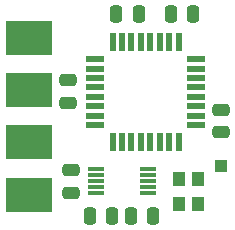
<source format=gbr>
%TF.GenerationSoftware,KiCad,Pcbnew,(6.0.10)*%
%TF.CreationDate,2024-01-30T23:07:22+11:00*%
%TF.ProjectId,DFO,44464f2e-6b69-4636-9164-5f7063625858,rev?*%
%TF.SameCoordinates,Original*%
%TF.FileFunction,Soldermask,Top*%
%TF.FilePolarity,Negative*%
%FSLAX46Y46*%
G04 Gerber Fmt 4.6, Leading zero omitted, Abs format (unit mm)*
G04 Created by KiCad (PCBNEW (6.0.10)) date 2024-01-30 23:07:22*
%MOMM*%
%LPD*%
G01*
G04 APERTURE LIST*
G04 Aperture macros list*
%AMRoundRect*
0 Rectangle with rounded corners*
0 $1 Rounding radius*
0 $2 $3 $4 $5 $6 $7 $8 $9 X,Y pos of 4 corners*
0 Add a 4 corners polygon primitive as box body*
4,1,4,$2,$3,$4,$5,$6,$7,$8,$9,$2,$3,0*
0 Add four circle primitives for the rounded corners*
1,1,$1+$1,$2,$3*
1,1,$1+$1,$4,$5*
1,1,$1+$1,$6,$7*
1,1,$1+$1,$8,$9*
0 Add four rect primitives between the rounded corners*
20,1,$1+$1,$2,$3,$4,$5,0*
20,1,$1+$1,$4,$5,$6,$7,0*
20,1,$1+$1,$6,$7,$8,$9,0*
20,1,$1+$1,$8,$9,$2,$3,0*%
G04 Aperture macros list end*
%ADD10R,1.100000X1.300000*%
%ADD11R,4.000000X3.000000*%
%ADD12RoundRect,0.250000X0.475000X-0.250000X0.475000X0.250000X-0.475000X0.250000X-0.475000X-0.250000X0*%
%ADD13R,1.400000X0.300000*%
%ADD14R,1.600000X0.550000*%
%ADD15R,0.550000X1.600000*%
%ADD16R,1.000000X1.000000*%
%ADD17RoundRect,0.250000X-0.250000X-0.475000X0.250000X-0.475000X0.250000X0.475000X-0.250000X0.475000X0*%
G04 APERTURE END LIST*
D10*
%TO.C,X1*%
X108809998Y-76610000D03*
X108809998Y-74510000D03*
X107159998Y-74510000D03*
X107159998Y-76610000D03*
%TD*%
D11*
%TO.C,*%
X94480000Y-75790000D03*
%TD*%
D12*
%TO.C,REF\u002A\u002A*%
X97790000Y-68006000D03*
X97790000Y-66106000D03*
%TD*%
%TO.C,REF\u002A\u002A*%
X98044000Y-75626000D03*
X98044000Y-73726000D03*
%TD*%
D13*
%TO.C,U1*%
X100162000Y-75660000D03*
X104562000Y-75660000D03*
X104562000Y-75160000D03*
X104562000Y-74660000D03*
X104562000Y-74160000D03*
X104562000Y-73660000D03*
X100162000Y-73660000D03*
X100162000Y-74160000D03*
X100162000Y-74660000D03*
X100162000Y-75160000D03*
%TD*%
D14*
%TO.C,U2*%
X100080000Y-64320000D03*
X100080000Y-65120000D03*
X100080000Y-65920000D03*
X100080000Y-66720000D03*
X100080000Y-67520000D03*
X100080000Y-68320000D03*
X100080000Y-69120000D03*
X100080000Y-69920000D03*
D15*
X101530000Y-71370000D03*
X102330000Y-71370000D03*
X103130000Y-71370000D03*
X103930000Y-71370000D03*
X104730000Y-71370000D03*
X105530000Y-71370000D03*
X106330000Y-71370000D03*
X107130000Y-71370000D03*
D14*
X108580000Y-69920000D03*
X108580000Y-69120000D03*
X108580000Y-68320000D03*
X108580000Y-67520000D03*
X108580000Y-66720000D03*
X108580000Y-65920000D03*
X108580000Y-65120000D03*
X108580000Y-64320000D03*
D15*
X107130000Y-62870000D03*
X106330000Y-62870000D03*
X105530000Y-62870000D03*
X104730000Y-62870000D03*
X103930000Y-62870000D03*
X103130000Y-62870000D03*
X102330000Y-62870000D03*
X101530000Y-62870000D03*
%TD*%
D12*
%TO.C,REF\u002A\u002A*%
X110750000Y-70500000D03*
X110750000Y-68600000D03*
%TD*%
D11*
%TO.C,*%
X94480000Y-71380000D03*
%TD*%
D16*
%TO.C,*%
X110744000Y-73406000D03*
%TD*%
D17*
%TO.C,REF\u002A\u002A*%
X103100000Y-77600000D03*
X105000000Y-77600000D03*
%TD*%
D11*
%TO.C,*%
X94480000Y-62540000D03*
%TD*%
%TO.C,*%
X94490000Y-66960000D03*
%TD*%
D17*
%TO.C,REF\u002A\u002A*%
X99600000Y-77600000D03*
X101500000Y-77600000D03*
%TD*%
%TO.C,REF\u002A\u002A*%
X106450000Y-60500000D03*
X108350000Y-60500000D03*
%TD*%
%TO.C,REF\u002A\u002A*%
X101850000Y-60500000D03*
X103750000Y-60500000D03*
%TD*%
M02*

</source>
